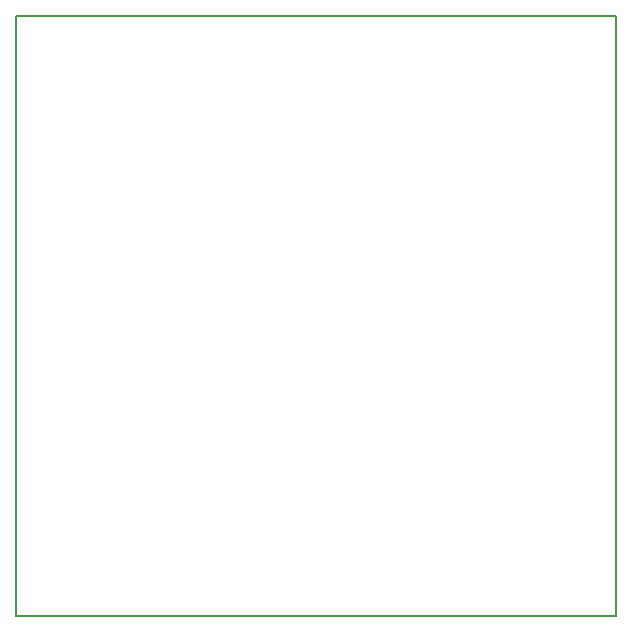
<source format=gbr>
G04 DipTrace 2.2.0.9*
%INBottomAssy.gbr*%
%MOIN*%
%ADD11C,0.006*%
%FSLAX44Y44*%
%SFA1B1*%
%OFA0B0*%
G04*
G70*
G90*
G75*
G01*
%LNBotAssy*%
%LPD*%
X-5500Y16000D2*
D11*
X14500D1*
Y36000D1*
X-5500D1*
Y16000D1*
M02*

</source>
